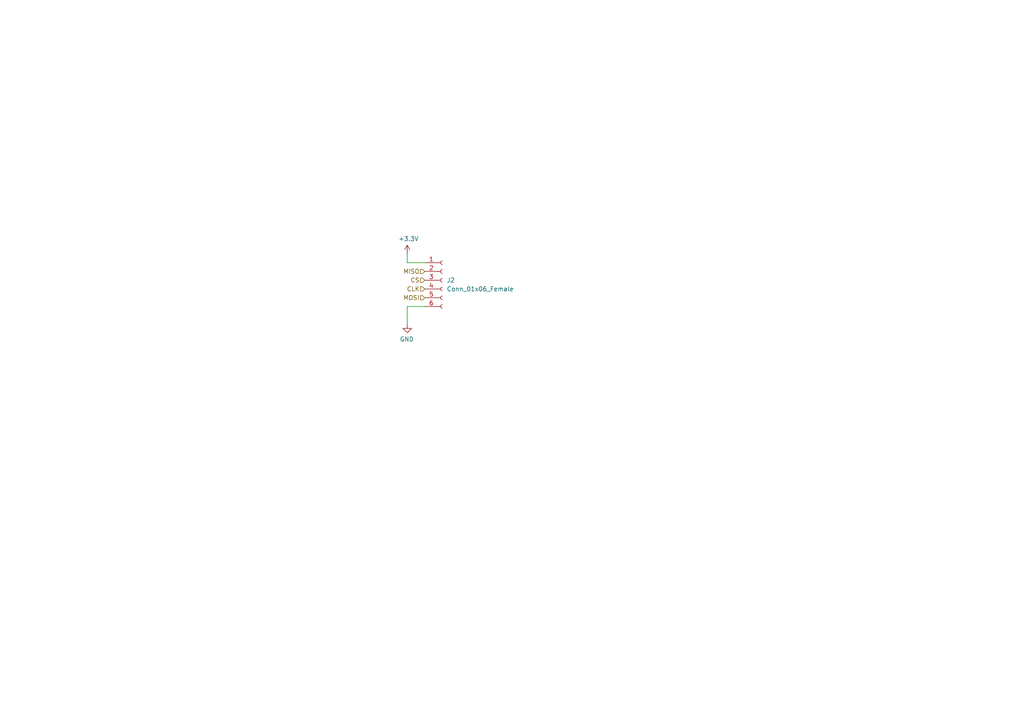
<source format=kicad_sch>
(kicad_sch (version 20211123) (generator eeschema)
  (paper "A4")
  (lib_symbols
    (symbol "Connector:Conn_01x06_Female" (pin_names (offset 1.016) hide)
      (property "Reference" "J" (at 0 7.62 0))
      (property "Value" "Conn_01x06_Female" (at 0 -10.16 0))
      (symbol "Conn_01x06_Female_1_1"
        (arc (start 0 -7.112) (mid -0.508 -7.62) (end 0 -8.128) (stroke (width 0.1524)))
        (arc (start 0 -4.572) (mid -0.508 -5.08) (end 0 -5.588) (stroke (width 0.1524)))
        (arc (start 0 -2.032) (mid -0.508 -2.54) (end 0 -3.048) (stroke (width 0.1524)))
        (polyline (pts (xy -1.27 -7.62) (xy -0.508 -7.62)) (stroke (width 0.1524)))
        (polyline (pts (xy -1.27 -5.08) (xy -0.508 -5.08)) (stroke (width 0.1524)))
        (polyline (pts (xy -1.27 -2.54) (xy -0.508 -2.54)) (stroke (width 0.1524)))
        (polyline (pts (xy -1.27 0) (xy -0.508 0)) (stroke (width 0.1524)))
        (polyline (pts (xy -1.27 2.54) (xy -0.508 2.54)) (stroke (width 0.1524)))
        (polyline (pts (xy -1.27 5.08) (xy -0.508 5.08)) (stroke (width 0.1524)))
        (arc (start 0 0.508) (mid -0.508 0) (end 0 -0.508) (stroke (width 0.1524)))
        (arc (start 0 3.048) (mid -0.508 2.54) (end 0 2.032) (stroke (width 0.1524)))
        (arc (start 0 5.588) (mid -0.508 5.08) (end 0 4.572) (stroke (width 0.1524)))
        (pin passive line (at -5.08 5.08 0) (length 3.81) (name "Pin_1") (number "1"))
        (pin passive line (at -5.08 2.54 0) (length 3.81) (name "Pin_2") (number "2"))
        (pin passive line (at -5.08 0 0) (length 3.81) (name "Pin_3") (number "3"))
        (pin passive line (at -5.08 -2.54 0) (length 3.81) (name "Pin_4") (number "4"))
        (pin passive line (at -5.08 -5.08 0) (length 3.81) (name "Pin_5") (number "5"))
        (pin passive line (at -5.08 -7.62 0) (length 3.81) (name "Pin_6") (number "6"))
      )
    )
    (symbol "power:+3.3V" (power) (pin_names (offset 0))
      (property "Value" "+3.3V" (at 0 3.556 0))
      (symbol "+3.3V_0_1"
        (polyline (pts (xy -0.762 1.27) (xy 0 2.54)))
        (polyline (pts (xy 0 0) (xy 0 2.54)))
        (polyline (pts (xy 0 2.54) (xy 0.762 1.27)))
      )
      (symbol "+3.3V_1_1"
        (pin power_in line (at 0 0 90) (length 0) hide (name "+3.3V") (number "1"))
      )
    )
    (symbol "power:GND" (power) (pin_names (offset 0))
      (property "Value" "GND" (at 0 -3.81 0))
      (symbol "GND_0_1"
        (polyline (pts (xy 0 0) (xy 0 -1.27) (xy 1.27 -1.27) (xy 0 -2.54) (xy -1.27 -1.27) (xy 0 -1.27)))
      )
      (symbol "GND_1_1"
        (pin power_in line (at 0 0 270) (length 0) hide (name "GND") (number "1"))
      )
    )
  )
  (wire (pts (xy 118.11 76.2) (xy 123.19 76.2)))
  (wire (pts (xy 123.19 88.9) (xy 118.11 88.9)))
  (wire (pts (xy 118.11 73.66) (xy 118.11 76.2)))
  (wire (pts (xy 118.11 88.9) (xy 118.11 93.98)))
  (hierarchical_label "MOSI" (shape input) (at 123.19 86.36 180))
  (hierarchical_label "CS" (shape input) (at 123.19 81.28 180))
  (hierarchical_label "CLK" (shape input) (at 123.19 83.82 180))
  (hierarchical_label "MISO" (shape input) (at 123.19 78.74 180))
  (symbol (lib_id "power:+3.3V") (at 118.11 73.66 0) (unit 1)
    (property "Reference" "#PWR03" (effects hide))
    (property "Value" "+3.3V" (at 118.491 69.2658 0))
  )
  (symbol (lib_id "power:GND") (at 118.11 93.98 0) (mirror y) (unit 1)
    (property "Reference" "#PWR04" (effects hide))
    (property "Value" "GND" (at 117.983 98.3742 0))
  )
  (symbol (lib_id "Connector:Conn_01x06_Female") (at 128.27 81.28 0) (unit 1)
    (property "Reference" "J2" (at 129.54 81.2799 0) (effects (justify left)))
    (property "Value" "Conn_01x06_Female" (at 129.54 83.8199 0) (effects (justify left)))
    (property "Footprint" "Connector_JST:JST_ZE_SM06B-ZESS-TB_1x06-1MP_P1.50mm_Horizontal" (effects hide))
  )
)
</source>
